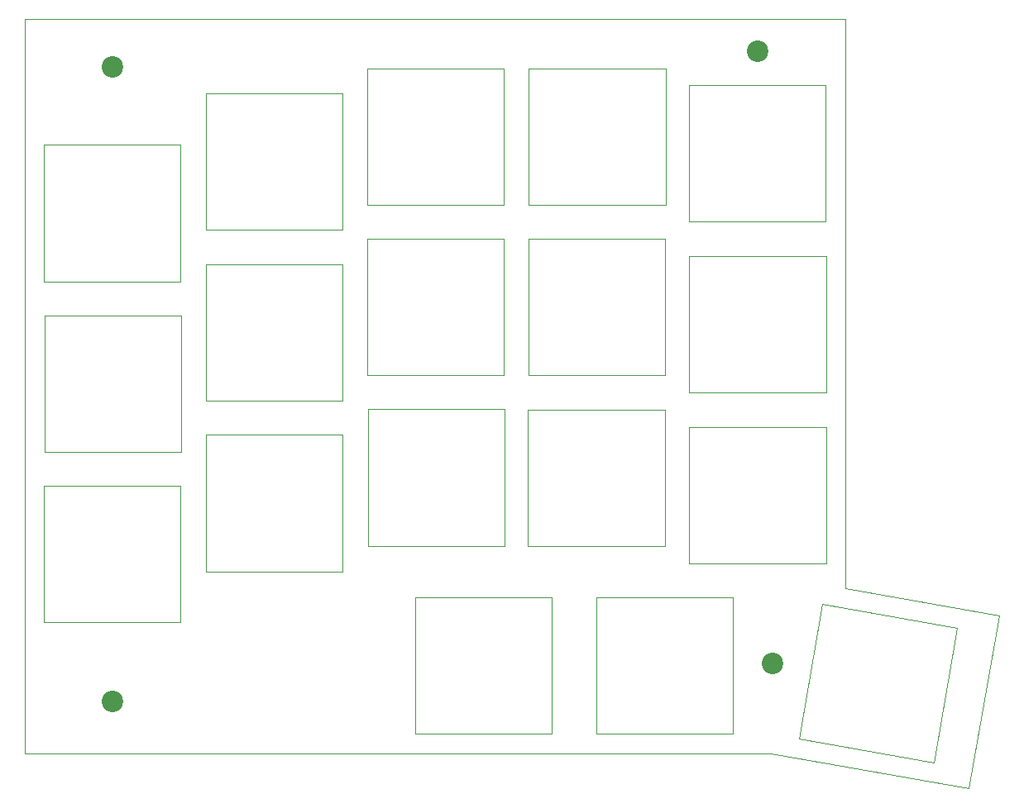
<source format=gts>
%TF.GenerationSoftware,KiCad,Pcbnew,(6.0.9)*%
%TF.CreationDate,2023-01-03T16:43:59+09:00*%
%TF.ProjectId,split-mini__top,73706c69-742d-46d6-996e-695f5f746f70,rev?*%
%TF.SameCoordinates,Original*%
%TF.FileFunction,Soldermask,Top*%
%TF.FilePolarity,Negative*%
%FSLAX46Y46*%
G04 Gerber Fmt 4.6, Leading zero omitted, Abs format (unit mm)*
G04 Created by KiCad (PCBNEW (6.0.9)) date 2023-01-03 16:43:59*
%MOMM*%
%LPD*%
G01*
G04 APERTURE LIST*
%TA.AperFunction,Profile*%
%ADD10C,0.100000*%
%TD*%
%TA.AperFunction,Profile*%
%ADD11C,0.120000*%
%TD*%
%ADD12C,2.200000*%
G04 APERTURE END LIST*
D10*
X119667171Y-97563496D02*
X103950000Y-94792135D01*
X19950000Y-36475000D02*
X103950000Y-36475000D01*
X116541504Y-115290036D02*
X119667171Y-97563496D01*
X96323180Y-111725000D02*
X116541504Y-115290036D01*
X19950000Y-36475000D02*
X19950000Y-111725000D01*
X19950000Y-111725000D02*
X96323180Y-111725000D01*
X103950000Y-94792135D02*
X103950000Y-36475000D01*
D11*
%TO.C,SW6*%
X35950000Y-80850000D02*
X35950000Y-66850000D01*
X21950000Y-66850000D02*
X21950000Y-80850000D01*
X21950000Y-80850000D02*
X35950000Y-80850000D01*
X35950000Y-66850000D02*
X21950000Y-66850000D01*
%TO.C,SW11*%
X35900000Y-98275000D02*
X35900000Y-84275000D01*
X21900000Y-84275000D02*
X21900000Y-98275000D01*
X21900000Y-98275000D02*
X35900000Y-98275000D01*
X35900000Y-84275000D02*
X21900000Y-84275000D01*
%TO.C,SW9*%
X85500000Y-72950000D02*
X85500000Y-58950000D01*
X71500000Y-58950000D02*
X71500000Y-72950000D01*
X71500000Y-72950000D02*
X85500000Y-72950000D01*
X85500000Y-58950000D02*
X71500000Y-58950000D01*
%TO.C,SW3*%
X68965000Y-55530000D02*
X68965000Y-41530000D01*
X54965000Y-41530000D02*
X54965000Y-55530000D01*
X54965000Y-55530000D02*
X68965000Y-55530000D01*
X68965000Y-41530000D02*
X54965000Y-41530000D01*
%TO.C,SW5*%
X101900000Y-57225000D02*
X101900000Y-43225000D01*
X87900000Y-43225000D02*
X87900000Y-57225000D01*
X87900000Y-57225000D02*
X101900000Y-57225000D01*
X101900000Y-43225000D02*
X87900000Y-43225000D01*
%TO.C,SW15*%
X101950000Y-92250000D02*
X101950000Y-78250000D01*
X87950000Y-78250000D02*
X87950000Y-92250000D01*
X87950000Y-92250000D02*
X101950000Y-92250000D01*
X101950000Y-78250000D02*
X87950000Y-78250000D01*
%TO.C,SW7*%
X52475000Y-75600000D02*
X52475000Y-61600000D01*
X38475000Y-61600000D02*
X38475000Y-75600000D01*
X38475000Y-75600000D02*
X52475000Y-75600000D01*
X52475000Y-61600000D02*
X38475000Y-61600000D01*
%TO.C,SW16*%
X73900000Y-109700000D02*
X73900000Y-95700000D01*
X59900000Y-95700000D02*
X59900000Y-109700000D01*
X59900000Y-109700000D02*
X73900000Y-109700000D01*
X73900000Y-95700000D02*
X59900000Y-95700000D01*
%TO.C,SW18*%
X112953117Y-112634192D02*
X115384192Y-98846883D01*
X101596883Y-96415808D02*
X99165808Y-110203117D01*
X99165808Y-110203117D02*
X112953117Y-112634192D01*
X115384192Y-98846883D02*
X101596883Y-96415808D01*
%TO.C,SW8*%
X68975000Y-72975000D02*
X68975000Y-58975000D01*
X54975000Y-58975000D02*
X54975000Y-72975000D01*
X54975000Y-72975000D02*
X68975000Y-72975000D01*
X68975000Y-58975000D02*
X54975000Y-58975000D01*
%TO.C,SW17*%
X92425000Y-109725000D02*
X92425000Y-95725000D01*
X78425000Y-95725000D02*
X78425000Y-109725000D01*
X78425000Y-109725000D02*
X92425000Y-109725000D01*
X92425000Y-95725000D02*
X78425000Y-95725000D01*
%TO.C,SW10*%
X101950000Y-74725000D02*
X101950000Y-60725000D01*
X87950000Y-60725000D02*
X87950000Y-74725000D01*
X87950000Y-74725000D02*
X101950000Y-74725000D01*
X101950000Y-60725000D02*
X87950000Y-60725000D01*
%TO.C,SW2*%
X52495000Y-58075000D02*
X52495000Y-44075000D01*
X38495000Y-44075000D02*
X38495000Y-58075000D01*
X38495000Y-58075000D02*
X52495000Y-58075000D01*
X52495000Y-44075000D02*
X38495000Y-44075000D01*
%TO.C,SW13*%
X69050000Y-90450000D02*
X69050000Y-76450000D01*
X55050000Y-76450000D02*
X55050000Y-90450000D01*
X55050000Y-90450000D02*
X69050000Y-90450000D01*
X69050000Y-76450000D02*
X55050000Y-76450000D01*
%TO.C,SW12*%
X52475000Y-93075000D02*
X52475000Y-79075000D01*
X38475000Y-79075000D02*
X38475000Y-93075000D01*
X38475000Y-93075000D02*
X52475000Y-93075000D01*
X52475000Y-79075000D02*
X38475000Y-79075000D01*
%TO.C,SW14*%
X85450000Y-90475000D02*
X85450000Y-76475000D01*
X71450000Y-76475000D02*
X71450000Y-90475000D01*
X71450000Y-90475000D02*
X85450000Y-90475000D01*
X85450000Y-76475000D02*
X71450000Y-76475000D01*
%TO.C,SW1*%
X35900000Y-63350000D02*
X35900000Y-49350000D01*
X21900000Y-49350000D02*
X21900000Y-63350000D01*
X21900000Y-63350000D02*
X35900000Y-63350000D01*
X35900000Y-49350000D02*
X21900000Y-49350000D01*
%TO.C,SW4*%
X85525000Y-55520000D02*
X85525000Y-41520000D01*
X71525000Y-41520000D02*
X71525000Y-55520000D01*
X71525000Y-55520000D02*
X85525000Y-55520000D01*
X85525000Y-41520000D02*
X71525000Y-41520000D01*
%TD*%
D12*
%TO.C,HOLE3*%
X94950000Y-39775000D03*
%TD*%
%TO.C,HOLE4*%
X28925000Y-106375000D03*
%TD*%
%TO.C,HOLE2*%
X96450000Y-102475000D03*
%TD*%
%TO.C,HOLE1*%
X28950000Y-41375000D03*
%TD*%
M02*

</source>
